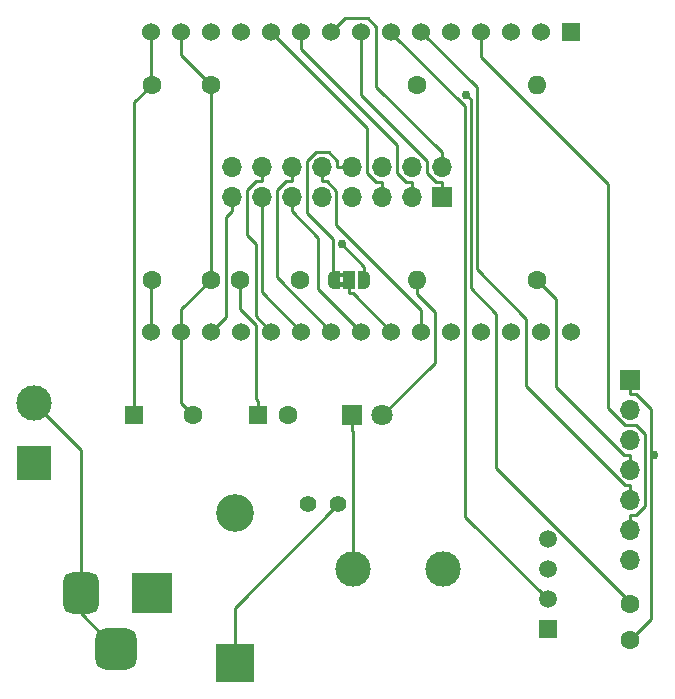
<source format=gbr>
%TF.GenerationSoftware,KiCad,Pcbnew,8.0.7-unknown-202501031821~9d36205ced~ubuntu20.04.1*%
%TF.CreationDate,2025-01-13T23:31:32-03:00*%
%TF.ProjectId,Wise-Shield-32,57697365-2d53-4686-9965-6c642d33322e,rev?*%
%TF.SameCoordinates,Original*%
%TF.FileFunction,Copper,L2,Bot*%
%TF.FilePolarity,Positive*%
%FSLAX46Y46*%
G04 Gerber Fmt 4.6, Leading zero omitted, Abs format (unit mm)*
G04 Created by KiCad (PCBNEW 8.0.7-unknown-202501031821~9d36205ced~ubuntu20.04.1) date 2025-01-13 23:31:32*
%MOMM*%
%LPD*%
G01*
G04 APERTURE LIST*
G04 Aperture macros list*
%AMRoundRect*
0 Rectangle with rounded corners*
0 $1 Rounding radius*
0 $2 $3 $4 $5 $6 $7 $8 $9 X,Y pos of 4 corners*
0 Add a 4 corners polygon primitive as box body*
4,1,4,$2,$3,$4,$5,$6,$7,$8,$9,$2,$3,0*
0 Add four circle primitives for the rounded corners*
1,1,$1+$1,$2,$3*
1,1,$1+$1,$4,$5*
1,1,$1+$1,$6,$7*
1,1,$1+$1,$8,$9*
0 Add four rect primitives between the rounded corners*
20,1,$1+$1,$2,$3,$4,$5,0*
20,1,$1+$1,$4,$5,$6,$7,0*
20,1,$1+$1,$6,$7,$8,$9,0*
20,1,$1+$1,$8,$9,$2,$3,0*%
%AMFreePoly0*
4,1,19,0.550000,-0.750000,0.000000,-0.750000,0.000000,-0.744911,-0.071157,-0.744911,-0.207708,-0.704816,-0.327430,-0.627875,-0.420627,-0.520320,-0.479746,-0.390866,-0.500000,-0.250000,-0.500000,0.250000,-0.479746,0.390866,-0.420627,0.520320,-0.327430,0.627875,-0.207708,0.704816,-0.071157,0.744911,0.000000,0.744911,0.000000,0.750000,0.550000,0.750000,0.550000,-0.750000,0.550000,-0.750000,
$1*%
%AMFreePoly1*
4,1,19,0.000000,0.744911,0.071157,0.744911,0.207708,0.704816,0.327430,0.627875,0.420627,0.520320,0.479746,0.390866,0.500000,0.250000,0.500000,-0.250000,0.479746,-0.390866,0.420627,-0.520320,0.327430,-0.627875,0.207708,-0.704816,0.071157,-0.744911,0.000000,-0.744911,0.000000,-0.750000,-0.550000,-0.750000,-0.550000,0.750000,0.000000,0.750000,0.000000,0.744911,0.000000,0.744911,
$1*%
G04 Aperture macros list end*
%TA.AperFunction,EtchedComponent*%
%ADD10C,0.000000*%
%TD*%
%TA.AperFunction,ComponentPad*%
%ADD11C,1.400000*%
%TD*%
%TA.AperFunction,ComponentPad*%
%ADD12R,1.600000X1.600000*%
%TD*%
%TA.AperFunction,ComponentPad*%
%ADD13C,1.600000*%
%TD*%
%TA.AperFunction,ComponentPad*%
%ADD14R,3.000000X3.000000*%
%TD*%
%TA.AperFunction,ComponentPad*%
%ADD15C,3.000000*%
%TD*%
%TA.AperFunction,ComponentPad*%
%ADD16R,1.800000X1.800000*%
%TD*%
%TA.AperFunction,ComponentPad*%
%ADD17C,1.800000*%
%TD*%
%TA.AperFunction,ComponentPad*%
%ADD18R,1.524000X1.524000*%
%TD*%
%TA.AperFunction,ComponentPad*%
%ADD19C,1.524000*%
%TD*%
%TA.AperFunction,ComponentPad*%
%ADD20R,3.200000X3.200000*%
%TD*%
%TA.AperFunction,ComponentPad*%
%ADD21O,3.200000X3.200000*%
%TD*%
%TA.AperFunction,ComponentPad*%
%ADD22O,1.600000X1.600000*%
%TD*%
%TA.AperFunction,ComponentPad*%
%ADD23R,1.500000X1.500000*%
%TD*%
%TA.AperFunction,ComponentPad*%
%ADD24C,1.500000*%
%TD*%
%TA.AperFunction,ComponentPad*%
%ADD25R,1.700000X1.700000*%
%TD*%
%TA.AperFunction,ComponentPad*%
%ADD26O,1.700000X1.700000*%
%TD*%
%TA.AperFunction,ComponentPad*%
%ADD27R,3.500000X3.500000*%
%TD*%
%TA.AperFunction,ComponentPad*%
%ADD28RoundRect,0.750000X-0.750000X-1.000000X0.750000X-1.000000X0.750000X1.000000X-0.750000X1.000000X0*%
%TD*%
%TA.AperFunction,ComponentPad*%
%ADD29RoundRect,0.875000X-0.875000X-0.875000X0.875000X-0.875000X0.875000X0.875000X-0.875000X0.875000X0*%
%TD*%
%TA.AperFunction,SMDPad,CuDef*%
%ADD30FreePoly0,0.000000*%
%TD*%
%TA.AperFunction,SMDPad,CuDef*%
%ADD31R,1.000000X1.500000*%
%TD*%
%TA.AperFunction,SMDPad,CuDef*%
%ADD32FreePoly1,0.000000*%
%TD*%
%TA.AperFunction,ViaPad*%
%ADD33C,0.762000*%
%TD*%
%TA.AperFunction,Conductor*%
%ADD34C,0.254000*%
%TD*%
G04 APERTURE END LIST*
D10*
%TA.AperFunction,EtchedComponent*%
%TO.C,JP2*%
G36*
X127800000Y-84300000D02*
G01*
X127300000Y-84300000D01*
X127300000Y-83900000D01*
X127800000Y-83900000D01*
X127800000Y-84300000D01*
G37*
%TD.AperFunction*%
%TA.AperFunction,EtchedComponent*%
G36*
X127800000Y-85100000D02*
G01*
X127300000Y-85100000D01*
X127300000Y-84700000D01*
X127800000Y-84700000D01*
X127800000Y-85100000D01*
G37*
%TD.AperFunction*%
%TD*%
D11*
%TO.P,JP3,1,A*%
%TO.N,+5VA*%
X124750000Y-103500000D03*
%TO.P,JP3,2,B*%
%TO.N,+5VD*%
X127290000Y-103500000D03*
%TD*%
D12*
%TO.P,C3,1*%
%TO.N,+3.3V*%
X120500000Y-96000000D03*
D13*
%TO.P,C3,2*%
%TO.N,GNDREF*%
X123000000Y-96000000D03*
%TD*%
D14*
%TO.P,J6,1,Pin_1*%
%TO.N,+5VA*%
X101500000Y-100040000D03*
D15*
%TO.P,J6,2,Pin_2*%
%TO.N,GNDREF*%
X101500000Y-94960000D03*
%TD*%
D16*
%TO.P,D1,1,K*%
%TO.N,GNDREF*%
X128460000Y-96000000D03*
D17*
%TO.P,D1,2,A*%
%TO.N,Net-(D1-A)*%
X131000000Y-96000000D03*
%TD*%
D13*
%TO.P,C4,1*%
%TO.N,+5VD*%
X111500000Y-68000000D03*
%TO.P,C4,2*%
%TO.N,GNDREF*%
X116500000Y-68000000D03*
%TD*%
D15*
%TO.P,J5,1,Pin_1*%
%TO.N,+5VA*%
X136120000Y-109000000D03*
%TO.P,J5,2,Pin_2*%
%TO.N,GNDREF*%
X128500000Y-109000000D03*
%TD*%
D18*
%TO.P,U1,1,EN*%
%TO.N,unconnected-(U1-EN-Pad1)*%
X147000000Y-63500000D03*
D19*
%TO.P,U1,2,SENSOR_VP*%
%TO.N,unconnected-(U1-SENSOR_VP-Pad2)*%
X144460000Y-63500000D03*
%TO.P,U1,3,SENSOR_VN*%
%TO.N,unconnected-(U1-SENSOR_VN-Pad3)*%
X141920000Y-63500000D03*
%TO.P,U1,4,IO34*%
%TO.N,IO34*%
X139380000Y-63500000D03*
%TO.P,U1,5,IO35*%
%TO.N,IO35*%
X136840000Y-63500000D03*
%TO.P,U1,6,IO32*%
%TO.N,IO32*%
X134300000Y-63500000D03*
%TO.P,U1,7,IO33*%
%TO.N,IO33*%
X131760000Y-63500000D03*
%TO.P,U1,8,IO25*%
%TO.N,IO25*%
X129220000Y-63500000D03*
%TO.P,U1,9,IO26*%
%TO.N,IO26*%
X126680000Y-63500000D03*
%TO.P,U1,10,IO27*%
%TO.N,IO27*%
X124140000Y-63500000D03*
%TO.P,U1,11,IO14*%
%TO.N,IO14*%
X121600000Y-63500000D03*
%TO.P,U1,12,IO12*%
%TO.N,IO12*%
X119060000Y-63500000D03*
%TO.P,U1,13,IO13*%
%TO.N,IO13*%
X116520000Y-63500000D03*
%TO.P,U1,14,GND*%
%TO.N,GNDREF*%
X113980000Y-63500000D03*
%TO.P,U1,15,VIN*%
%TO.N,+5VD*%
X111440000Y-63500000D03*
%TO.P,U1,16,3V3*%
%TO.N,+3.3V*%
X111440000Y-88900000D03*
%TO.P,U1,17,GND*%
%TO.N,GNDREF*%
X113980000Y-88900000D03*
%TO.P,U1,18,IO15*%
%TO.N,IO15*%
X116520000Y-88900000D03*
%TO.P,U1,19,IO2*%
%TO.N,IO02*%
X119060000Y-88900000D03*
%TO.P,U1,20,IO4*%
%TO.N,IO04*%
X121600000Y-88900000D03*
%TO.P,U1,21,IO16*%
%TO.N,IO16*%
X124140000Y-88900000D03*
%TO.P,U1,22,IO17*%
%TO.N,IO17*%
X126680000Y-88900000D03*
%TO.P,U1,23,IO5*%
%TO.N,IO05*%
X129220000Y-88900000D03*
%TO.P,U1,24,IO18*%
%TO.N,IO18*%
X131760000Y-88900000D03*
%TO.P,U1,25,IO19*%
%TO.N,IO19*%
X134300000Y-88900000D03*
%TO.P,U1,26,IO21*%
%TO.N,SDA*%
X136840000Y-88900000D03*
%TO.P,U1,27,RXD0/IO3*%
%TO.N,unconnected-(U1-RXD0{slash}IO3-Pad27)*%
X139380000Y-88900000D03*
%TO.P,U1,28,TXD0/IO1*%
%TO.N,unconnected-(U1-TXD0{slash}IO1-Pad28)*%
X141920000Y-88900000D03*
%TO.P,U1,29,IO22*%
%TO.N,SCL*%
X144460000Y-88900000D03*
%TO.P,U1,30,IO23*%
%TO.N,IO23*%
X147000000Y-88900000D03*
%TD*%
D13*
%TO.P,R1,1*%
%TO.N,+3.3V*%
X152000000Y-115000000D03*
%TO.P,R1,2*%
%TO.N,IO35*%
X152000000Y-112000000D03*
%TD*%
%TO.P,C2,1*%
%TO.N,+3.3V*%
X111500000Y-84500000D03*
%TO.P,C2,2*%
%TO.N,GNDREF*%
X116500000Y-84500000D03*
%TD*%
D12*
%TO.P,C5,1*%
%TO.N,+5VD*%
X110000000Y-96000000D03*
D13*
%TO.P,C5,2*%
%TO.N,GNDREF*%
X115000000Y-96000000D03*
%TD*%
D20*
%TO.P,D2,1,K*%
%TO.N,+5VD*%
X118500000Y-117000000D03*
D21*
%TO.P,D2,2,A*%
%TO.N,+5VA*%
X118500000Y-104300000D03*
%TD*%
D13*
%TO.P,R2,1*%
%TO.N,IO35*%
X133920000Y-68000000D03*
D22*
%TO.P,R2,2*%
%TO.N,GNDREF*%
X144080000Y-68000000D03*
%TD*%
D23*
%TO.P,U2,1,VDD*%
%TO.N,+3.3V*%
X145000000Y-114120000D03*
D24*
%TO.P,U2,2,DATA*%
%TO.N,IO33*%
X145000000Y-111580000D03*
%TO.P,U2,3,NC*%
%TO.N,unconnected-(U2-NC-Pad3)*%
X145000000Y-109040000D03*
%TO.P,U2,4,GND*%
%TO.N,GNDREF*%
X145000000Y-106500000D03*
%TD*%
D25*
%TO.P,J4,1,Pin_1*%
%TO.N,+3.3V*%
X152000000Y-92960000D03*
D26*
%TO.P,J4,2,Pin_2*%
%TO.N,SCL*%
X152000000Y-95500000D03*
%TO.P,J4,3,Pin_3*%
%TO.N,SDA*%
X152000000Y-98040000D03*
%TO.P,J4,4,Pin_4*%
%TO.N,IO02*%
X152000000Y-100580000D03*
%TO.P,J4,5,Pin_5*%
%TO.N,IO32*%
X152000000Y-103120000D03*
%TO.P,J4,6,Pin_6*%
%TO.N,IO34*%
X152000000Y-105660000D03*
%TO.P,J4,7,Pin_7*%
%TO.N,GNDREF*%
X152000000Y-108200000D03*
%TD*%
D27*
%TO.P,J3,1*%
%TO.N,+5VA*%
X111500000Y-111042500D03*
D28*
%TO.P,J3,2*%
%TO.N,GNDREF*%
X105500000Y-111042500D03*
D29*
%TO.P,J3,3*%
X108500000Y-115742500D03*
%TD*%
D13*
%TO.P,R3,1*%
%TO.N,IO02*%
X144080000Y-84500000D03*
D22*
%TO.P,R3,2*%
%TO.N,Net-(D1-A)*%
X133920000Y-84500000D03*
%TD*%
D13*
%TO.P,C1,1*%
%TO.N,+3.3V*%
X119000000Y-84500000D03*
%TO.P,C1,2*%
%TO.N,GNDREF*%
X124000000Y-84500000D03*
%TD*%
D30*
%TO.P,JP2,1,A*%
%TO.N,Net-(JP2-A)*%
X126900000Y-84500000D03*
D31*
%TO.P,JP2,2,C*%
%TO.N,IO18*%
X128200000Y-84500000D03*
D32*
%TO.P,JP2,3,B*%
%TO.N,Net-(JP2-B)*%
X129500000Y-84500000D03*
%TD*%
D26*
%TO.P,J1,A,A*%
%TO.N,IO23*%
X125880000Y-77500000D03*
%TO.P,J1,B,B*%
%TO.N,IO19*%
X125880000Y-74960000D03*
%TO.P,J1,B1,B1*%
%TO.N,IO27*%
X133500000Y-77500000D03*
%TO.P,J1,B2,B2*%
%TO.N,IO13*%
X128420000Y-77500000D03*
%TO.P,J1,C,C*%
%TO.N,IO05*%
X123340000Y-77500000D03*
%TO.P,J1,CLK,CLK*%
%TO.N,IO16*%
X120800000Y-77500000D03*
%TO.P,J1,D,D*%
%TO.N,IO17*%
X123340000Y-74960000D03*
%TO.P,J1,E,E*%
%TO.N,Net-(JP2-A)*%
X128420000Y-74960000D03*
%TO.P,J1,G/E,GND*%
%TO.N,Net-(JP2-B)*%
X118260000Y-74960000D03*
%TO.P,J1,G1,G1*%
%TO.N,IO26*%
X136040000Y-74960000D03*
%TO.P,J1,G2,G2*%
%TO.N,IO12*%
X130960000Y-74960000D03*
%TO.P,J1,GND,GND*%
%TO.N,GNDREF*%
X133500000Y-74960000D03*
%TO.P,J1,LAT,LAT*%
%TO.N,IO04*%
X120800000Y-74960000D03*
%TO.P,J1,OE,OE*%
%TO.N,IO15*%
X118260000Y-77500000D03*
D25*
%TO.P,J1,R1,R1*%
%TO.N,IO25*%
X136040000Y-77500000D03*
D26*
%TO.P,J1,R2,R2*%
%TO.N,IO14*%
X130960000Y-77500000D03*
%TD*%
D33*
%TO.N,IO35*%
X138121800Y-68863600D03*
%TO.N,Net-(JP2-B)*%
X127579400Y-81523900D03*
%TO.N,+3.3V*%
X154032100Y-99310100D03*
%TD*%
D34*
%TO.N,IO17*%
X122829200Y-76192700D02*
X123340000Y-76192700D01*
X122070000Y-76951900D02*
X122829200Y-76192700D01*
X122070000Y-84290000D02*
X122070000Y-76951900D01*
X126680000Y-88900000D02*
X122070000Y-84290000D01*
X123340000Y-74960000D02*
X123340000Y-76192700D01*
%TO.N,IO19*%
X134300000Y-87078000D02*
X134300000Y-88900000D01*
X127112700Y-79890700D02*
X134300000Y-87078000D01*
X127112700Y-76963000D02*
X127112700Y-79890700D01*
X126342400Y-76192700D02*
X127112700Y-76963000D01*
X125880000Y-76192700D02*
X126342400Y-76192700D01*
X125880000Y-74960000D02*
X125880000Y-76192700D01*
%TO.N,IO33*%
X137993900Y-104573900D02*
X145000000Y-111580000D01*
X137993900Y-69815600D02*
X137993900Y-104573900D01*
X131760000Y-63581700D02*
X137993900Y-69815600D01*
X131760000Y-63500000D02*
X131760000Y-63581700D01*
%TO.N,IO04*%
X120800000Y-74960000D02*
X120800000Y-76192700D01*
X120289200Y-76192700D02*
X120800000Y-76192700D01*
X119530000Y-76951900D02*
X120289200Y-76192700D01*
X119530000Y-80755000D02*
X119530000Y-76951900D01*
X120291800Y-81516800D02*
X119530000Y-80755000D01*
X120291800Y-87589700D02*
X120291800Y-81516800D01*
X121600000Y-88897900D02*
X120291800Y-87589700D01*
X121600000Y-88900000D02*
X121600000Y-88897900D01*
%TO.N,IO27*%
X124140000Y-64941900D02*
X124140000Y-63500000D01*
X132267300Y-73069200D02*
X124140000Y-64941900D01*
X132267300Y-75497000D02*
X132267300Y-73069200D01*
X133037600Y-76267300D02*
X132267300Y-75497000D01*
X133500000Y-76267300D02*
X133037600Y-76267300D01*
X133500000Y-77500000D02*
X133500000Y-76267300D01*
%TO.N,IO14*%
X130960000Y-77500000D02*
X130960000Y-76267300D01*
X130497600Y-76267300D02*
X130960000Y-76267300D01*
X129727300Y-75497000D02*
X130497600Y-76267300D01*
X129727300Y-71627300D02*
X129727300Y-75497000D01*
X121600000Y-63500000D02*
X129727300Y-71627300D01*
%TO.N,IO25*%
X129220000Y-68892200D02*
X129220000Y-63500000D01*
X134807300Y-74479500D02*
X129220000Y-68892200D01*
X134807300Y-75497000D02*
X134807300Y-74479500D01*
X135577600Y-76267300D02*
X134807300Y-75497000D01*
X136040000Y-76267300D02*
X135577600Y-76267300D01*
X136040000Y-77500000D02*
X136040000Y-76267300D01*
%TO.N,IO15*%
X117750000Y-87670000D02*
X116520000Y-88900000D01*
X117750000Y-79242700D02*
X117750000Y-87670000D01*
X118260000Y-78732700D02*
X117750000Y-79242700D01*
X118260000Y-77500000D02*
X118260000Y-78732700D01*
%TO.N,IO16*%
X120801500Y-78734200D02*
X120800000Y-78732700D01*
X120801500Y-85561500D02*
X120801500Y-78734200D01*
X124140000Y-88900000D02*
X120801500Y-85561500D01*
X120800000Y-77500000D02*
X120800000Y-78732700D01*
%TO.N,IO26*%
X127832900Y-62347100D02*
X126680000Y-63500000D01*
X129756300Y-62347100D02*
X127832900Y-62347100D01*
X130490000Y-63080800D02*
X129756300Y-62347100D01*
X130490000Y-68177300D02*
X130490000Y-63080800D01*
X136040000Y-73727300D02*
X130490000Y-68177300D01*
X136040000Y-74960000D02*
X136040000Y-73727300D01*
%TO.N,IO05*%
X123340000Y-77500000D02*
X123340000Y-78732700D01*
X125580900Y-85260900D02*
X129220000Y-88900000D01*
X125580900Y-80973600D02*
X125580900Y-85260900D01*
X123340000Y-78732700D02*
X125580900Y-80973600D01*
%TO.N,IO35*%
X152000000Y-111826700D02*
X152000000Y-112000000D01*
X140650000Y-100476700D02*
X152000000Y-111826700D01*
X140650000Y-87375600D02*
X140650000Y-100476700D01*
X138503600Y-85229200D02*
X140650000Y-87375600D01*
X138503600Y-69245400D02*
X138503600Y-85229200D01*
X138121800Y-68863600D02*
X138503600Y-69245400D01*
%TO.N,Net-(JP2-A)*%
X128420000Y-74960000D02*
X127187300Y-74960000D01*
X126815700Y-84415700D02*
X126900000Y-84500000D01*
X126815700Y-81039000D02*
X126815700Y-84415700D01*
X124610000Y-78833300D02*
X126815700Y-81039000D01*
X124610000Y-74479600D02*
X124610000Y-78833300D01*
X125371500Y-73718100D02*
X124610000Y-74479600D01*
X126456200Y-73718100D02*
X125371500Y-73718100D01*
X127187300Y-74449200D02*
X126456200Y-73718100D01*
X127187300Y-74960000D02*
X127187300Y-74449200D01*
%TO.N,Net-(JP2-B)*%
X129500000Y-83444500D02*
X129500000Y-84500000D01*
X127579400Y-81523900D02*
X129500000Y-83444500D01*
%TO.N,IO18*%
X128492700Y-85632700D02*
X131760000Y-88900000D01*
X128200000Y-85632700D02*
X128492700Y-85632700D01*
X128200000Y-84500000D02*
X128200000Y-85632700D01*
%TO.N,IO02*%
X152000000Y-100580000D02*
X152000000Y-99347300D01*
X145730000Y-86150000D02*
X144080000Y-84500000D01*
X145730000Y-93588100D02*
X145730000Y-86150000D01*
X151489200Y-99347300D02*
X145730000Y-93588100D01*
X152000000Y-99347300D02*
X151489200Y-99347300D01*
%TO.N,IO32*%
X152000000Y-103120000D02*
X152000000Y-101887300D01*
X139013300Y-68213300D02*
X134300000Y-63500000D01*
X139013300Y-83630200D02*
X139013300Y-68213300D01*
X143190000Y-87806900D02*
X139013300Y-83630200D01*
X143190000Y-93539600D02*
X143190000Y-87806900D01*
X151537700Y-101887300D02*
X143190000Y-93539600D01*
X152000000Y-101887300D02*
X151537700Y-101887300D01*
%TO.N,IO34*%
X152510800Y-104427300D02*
X152000000Y-104427300D01*
X153256000Y-103682100D02*
X152510800Y-104427300D01*
X153256000Y-97544300D02*
X153256000Y-103682100D01*
X152481700Y-96770000D02*
X153256000Y-97544300D01*
X151518200Y-96770000D02*
X152481700Y-96770000D01*
X150148300Y-95400100D02*
X151518200Y-96770000D01*
X150148300Y-76449100D02*
X150148300Y-95400100D01*
X139380000Y-65680800D02*
X150148300Y-76449100D01*
X139380000Y-63500000D02*
X139380000Y-65680800D01*
X152000000Y-105660000D02*
X152000000Y-104427300D01*
%TO.N,Net-(D1-A)*%
X135466900Y-91533100D02*
X131000000Y-96000000D01*
X135466900Y-87229600D02*
X135466900Y-91533100D01*
X133920000Y-85682700D02*
X135466900Y-87229600D01*
X133920000Y-84500000D02*
X133920000Y-85682700D01*
%TO.N,+5VD*%
X118500000Y-112290000D02*
X127290000Y-103500000D01*
X118500000Y-117000000D02*
X118500000Y-112290000D01*
X110000000Y-69500000D02*
X111500000Y-68000000D01*
X110000000Y-96000000D02*
X110000000Y-69500000D01*
X111440000Y-67940000D02*
X111500000Y-68000000D01*
X111440000Y-63500000D02*
X111440000Y-67940000D01*
%TO.N,GNDREF*%
X105500000Y-112742500D02*
X105500000Y-111042500D01*
X108500000Y-115742500D02*
X105500000Y-112742500D01*
X105500000Y-98960000D02*
X101500000Y-94960000D01*
X105500000Y-111042500D02*
X105500000Y-98960000D01*
X113980000Y-94980000D02*
X113980000Y-88900000D01*
X115000000Y-96000000D02*
X113980000Y-94980000D01*
X113980000Y-87020000D02*
X116500000Y-84500000D01*
X113980000Y-88900000D02*
X113980000Y-87020000D01*
X113980000Y-65480000D02*
X116500000Y-68000000D01*
X113980000Y-63500000D02*
X113980000Y-65480000D01*
X128500000Y-97322700D02*
X128460000Y-97282700D01*
X128500000Y-109000000D02*
X128500000Y-97322700D01*
X128460000Y-96000000D02*
X128460000Y-97282700D01*
X116500000Y-68000000D02*
X116500000Y-84500000D01*
%TO.N,+3.3V*%
X152000000Y-92960000D02*
X152000000Y-94192700D01*
X153765700Y-113234300D02*
X153765700Y-99310100D01*
X152000000Y-115000000D02*
X153765700Y-113234300D01*
X152462300Y-94192700D02*
X152000000Y-94192700D01*
X153765700Y-95496100D02*
X152462300Y-94192700D01*
X153765700Y-99310100D02*
X153765700Y-95496100D01*
X153765700Y-99310100D02*
X154032100Y-99310100D01*
X111440000Y-84560000D02*
X111500000Y-84500000D01*
X111440000Y-88900000D02*
X111440000Y-84560000D01*
X120330000Y-94647300D02*
X120500000Y-94817300D01*
X120330000Y-88348700D02*
X120330000Y-94647300D01*
X119000000Y-87018700D02*
X120330000Y-88348700D01*
X119000000Y-84500000D02*
X119000000Y-87018700D01*
X120500000Y-96000000D02*
X120500000Y-94817300D01*
%TD*%
M02*

</source>
